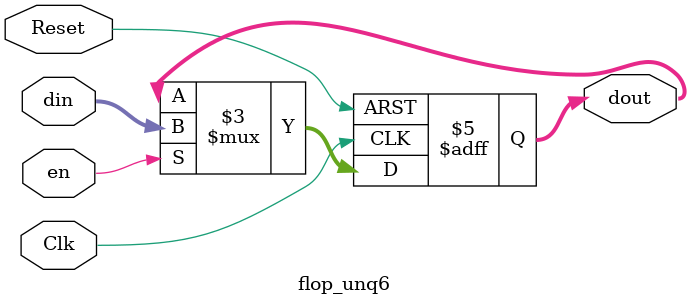
<source format=sv>

/* *****************************************************************************
 * File: flop.vp
 * 
 * Description:
 * Genesis2 flip-flop generator.
 * 
 * Required Genesis2 Controlable Parameters:
 * * Type		- Constant, Flop, RFlop, EFlop, or REFlop
 * * Width		- integer value specifying register width
 * * Default		- default value for the flop 
 *			 (only applies when flop_type=constant|rflop|reflop)
 * * SyncMode		- Sync or ASync flop * Change bar:
 * 
 * 
 * -----------
 * Date          Author   Description
 * Mar 30, 2010  shacham  init version  --  
 * May 20, 2014  jingpu   Add Async mode, change to active low reset
 * 
 * ****************************************************************************/


/*******************************************************************************
 * REQUIRED PARAMETERIZATION
 ******************************************************************************/
// Type (_GENESIS2_INHERITANCE_PRIORITY_) = REFlop
//
// Default (_GENESIS2_DECLARATION_PRIORITY_) = 0
//
// Width (_GENESIS2_INHERITANCE_PRIORITY_) = 4
//
// SyncMode (_GENESIS2_DECLARATION_PRIORITY_) = ASync
//

module flop_unq6(
	       //inputs
	       input wire logic 		   Clk,
	       input wire logic [3:0]  din,
	       input wire logic 		   Reset,
	       input wire logic 		   en,

	       //outputs
	       output logic [3:0] dout
	       );


   /* synopsys dc_tcl_script_begin
    set_dont_retime [current_design] true
    set_optimize_registers false -design [current_design]
    */
   


   
   always_ff @(posedge Clk or negedge Reset) begin
      if (!Reset) 
	dout <= 4'h0;
      else if (en)
	dout <= din;
   end

endmodule : flop_unq6

</source>
